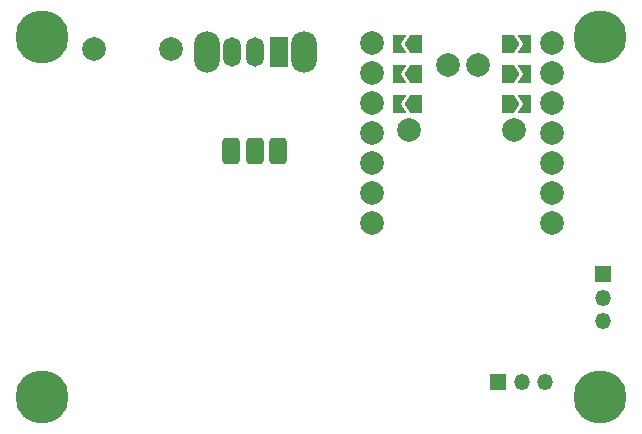
<source format=gbr>
%TF.GenerationSoftware,KiCad,Pcbnew,7.0.2*%
%TF.CreationDate,2024-09-11T13:33:12+02:00*%
%TF.ProjectId,mcu_holder,6d63755f-686f-46c6-9465-722e6b696361,rev?*%
%TF.SameCoordinates,Original*%
%TF.FileFunction,Soldermask,Bot*%
%TF.FilePolarity,Negative*%
%FSLAX46Y46*%
G04 Gerber Fmt 4.6, Leading zero omitted, Abs format (unit mm)*
G04 Created by KiCad (PCBNEW 7.0.2) date 2024-09-11 13:33:12*
%MOMM*%
%LPD*%
G01*
G04 APERTURE LIST*
G04 Aperture macros list*
%AMRoundRect*
0 Rectangle with rounded corners*
0 $1 Rounding radius*
0 $2 $3 $4 $5 $6 $7 $8 $9 X,Y pos of 4 corners*
0 Add a 4 corners polygon primitive as box body*
4,1,4,$2,$3,$4,$5,$6,$7,$8,$9,$2,$3,0*
0 Add four circle primitives for the rounded corners*
1,1,$1+$1,$2,$3*
1,1,$1+$1,$4,$5*
1,1,$1+$1,$6,$7*
1,1,$1+$1,$8,$9*
0 Add four rect primitives between the rounded corners*
20,1,$1+$1,$2,$3,$4,$5,0*
20,1,$1+$1,$4,$5,$6,$7,0*
20,1,$1+$1,$6,$7,$8,$9,0*
20,1,$1+$1,$8,$9,$2,$3,0*%
%AMFreePoly0*
4,1,6,0.500000,-0.750000,-0.650000,-0.750000,-0.150000,0.000000,-0.650000,0.750000,0.500000,0.750000,0.500000,-0.750000,0.500000,-0.750000,$1*%
%AMFreePoly1*
4,1,6,0.150000,0.000000,0.650000,-0.750000,-0.500000,-0.750000,-0.500000,0.750000,0.650000,0.750000,0.150000,0.000000,0.150000,0.000000,$1*%
%AMFreePoly2*
4,1,6,0.500000,-0.750000,-0.500000,-0.750000,-1.000000,0.000000,-0.500000,0.750000,0.500000,0.750000,0.500000,-0.750000,0.500000,-0.750000,$1*%
%AMFreePoly3*
4,1,6,1.000000,0.000000,0.500000,-0.750000,-0.500000,-0.750000,-0.500000,0.750000,0.500000,0.750000,1.000000,0.000000,1.000000,0.000000,$1*%
G04 Aperture macros list end*
%ADD10C,4.500000*%
%ADD11R,1.350000X1.350000*%
%ADD12O,1.350000X1.350000*%
%ADD13O,2.200000X3.500000*%
%ADD14R,1.500000X2.500000*%
%ADD15O,1.500000X2.500000*%
%ADD16C,2.000000*%
%ADD17RoundRect,0.375000X-0.375000X-0.750000X0.375000X-0.750000X0.375000X0.750000X-0.375000X0.750000X0*%
%ADD18FreePoly0,180.000000*%
%ADD19FreePoly1,180.000000*%
%ADD20FreePoly2,180.000000*%
%ADD21FreePoly3,180.000000*%
G04 APERTURE END LIST*
D10*
%TO.C,H4*%
X141732000Y-68580000D03*
%TD*%
%TO.C,H3*%
X94488000Y-38100000D03*
%TD*%
D11*
%TO.C,J10*%
X141986000Y-58166000D03*
D12*
X141986000Y-60166000D03*
X141986000Y-62166000D03*
%TD*%
D13*
%TO.C,SW17*%
X116654000Y-39370000D03*
X108454000Y-39370000D03*
D14*
X114554000Y-39370000D03*
D15*
X112554000Y-39370000D03*
X110554000Y-39370000D03*
%TD*%
D11*
%TO.C,J6*%
X133128000Y-67310000D03*
D12*
X135128000Y-67310000D03*
X137128000Y-67310000D03*
%TD*%
D16*
%TO.C,SW16*%
X105410000Y-39116000D03*
X98910000Y-39116000D03*
%TD*%
D17*
%TO.C,J7*%
X114522000Y-47752000D03*
X112522000Y-47752000D03*
X110522000Y-47752000D03*
%TD*%
D10*
%TO.C,H1*%
X94488000Y-68580000D03*
%TD*%
D16*
%TO.C,U1*%
X122428000Y-38606910D03*
X122428000Y-41142364D03*
X122428000Y-43678377D03*
D18*
X124733000Y-38676910D03*
X124733000Y-41216910D03*
X124733000Y-43756910D03*
D19*
X135408000Y-38716910D03*
X135408000Y-41256910D03*
X135408000Y-43796910D03*
D16*
X137668000Y-38609090D03*
X137668000Y-41149090D03*
X137668000Y-43689090D03*
D20*
X133958000Y-38716910D03*
X133958000Y-41256910D03*
X133958000Y-43796910D03*
D16*
X122428000Y-46226910D03*
X122428000Y-48765032D03*
X122428000Y-51304474D03*
X122428000Y-53839229D03*
X137668000Y-53849090D03*
X137668000Y-51309090D03*
X137668000Y-48769090D03*
X137668000Y-46229090D03*
D21*
X126183000Y-43756910D03*
X126183000Y-41216910D03*
X126183000Y-38676910D03*
D16*
X128856803Y-40462723D03*
X131396803Y-40462723D03*
X125598000Y-45926910D03*
X134498000Y-45926910D03*
%TD*%
D10*
%TO.C,H2*%
X141732000Y-38100000D03*
%TD*%
M02*

</source>
